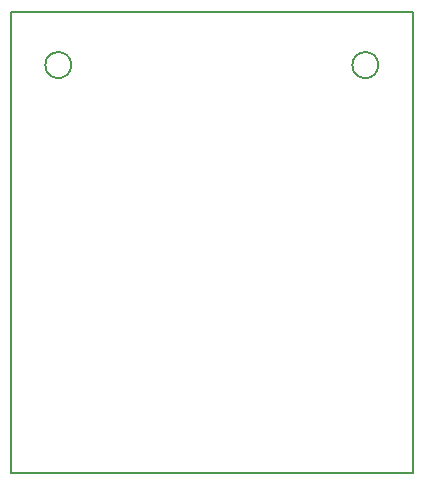
<source format=gbr>
G04 #@! TF.GenerationSoftware,KiCad,Pcbnew,(7.0.0)*
G04 #@! TF.CreationDate,2023-04-26T14:40:12+01:00*
G04 #@! TF.ProjectId,Tims_I2C_AI_DC_Motor_Driver 2P 2N,54696d73-5f49-4324-935f-41495f44435f,rev?*
G04 #@! TF.SameCoordinates,Original*
G04 #@! TF.FileFunction,Profile,NP*
%FSLAX46Y46*%
G04 Gerber Fmt 4.6, Leading zero omitted, Abs format (unit mm)*
G04 Created by KiCad (PCBNEW (7.0.0)) date 2023-04-26 14:40:12*
%MOMM*%
%LPD*%
G01*
G04 APERTURE LIST*
G04 #@! TA.AperFunction,Profile*
%ADD10C,0.150000*%
G04 #@! TD*
G04 APERTURE END LIST*
D10*
X162661000Y-93096000D02*
G75*
G03*
X162661000Y-93096000I-1100000J0D01*
G01*
X165561000Y-127596000D02*
X131561000Y-127596000D01*
X165561000Y-88596000D02*
X165561000Y-127596000D01*
X131561000Y-127596000D02*
X131561000Y-88596000D01*
X131561000Y-88596000D02*
X165561000Y-88596000D01*
X136661000Y-93096000D02*
G75*
G03*
X136661000Y-93096000I-1100000J0D01*
G01*
M02*

</source>
